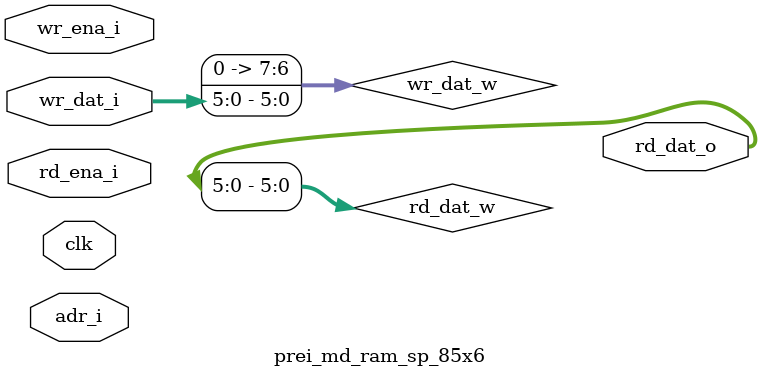
<source format=v>
`include "enc_defines.v"

module prei_md_ram_sp_85x6 (
  clk         ,
  adr_i       ,
  wr_ena_i    , // low active
  wr_dat_i    ,
  rd_ena_i    , // low active
  rd_dat_o
  );

//*** PARAMETER DECLARATION ****************************************************

  parameter    ADR_WD                = 7              ;
  parameter    ADR                   = 85             ;
  parameter    DAT_WD                = 6              ;


//*** INPUT/OUTPUT DECLARATION *************************************************

  input                              clk              ;
  input      [ADR_WD       -1 :0]    adr_i            ;
  input                              wr_ena_i         ;
  input      [DAT_WD       -1 :0]    wr_dat_i         ;
  input                              rd_ena_i         ;
  output     [DAT_WD       -1 :0]    rd_dat_o         ;


//*** WIRE & REG DECLARATION ***************************************************
  wire       [8            -1 :0]    wr_dat_w         ;
  wire       [8            -1 :0]    rd_dat_w         ;
  wire                               cen_w            ;

  assign rd_dat_o = rd_dat_w[DAT_WD-1 :0] ;
  assign wr_dat_w = {2'b0, wr_dat_i};
  assign cen_w    = wr_ena_i && rd_ena_i ;

`ifdef RTL_MODEL
  ram_1p #(
      .Word_Width(  8   ),
      .Addr_Width(  7   )
      ) u_ram_1p(
      .clk    ( clk               ),
      .cen_i  ( cen_w             ),
      .oen_i  ( 1'b0              ),
      .wen_i  ( wr_ena_i          ),
      .addr_i ( adr_i             ),
      .data_i ( wr_dat_w          ),      
      .data_o ( rd_dat_w          )           
  );

`endif

`ifdef XM_MODEL 
  rfsphd_85x8 u_rfsphd_85x8(
      .Q      ( rd_dat_w          ), // output data 
      .CLK    ( clk               ), // clk 
      .CEN    ( cen_w             ), // low active 
      .WEN    ( wr_ena_i          ), // low active 
      .A      ( adr_i             ), // address 
      .D      ( wr_dat_w          ), // input data 
      .EMA    ( 3'b1 ),  
      .EMAW   ( 2'b0 ),
      .RET1N  ( 1'b1 ) 
        );
`endif

endmodule 
</source>
